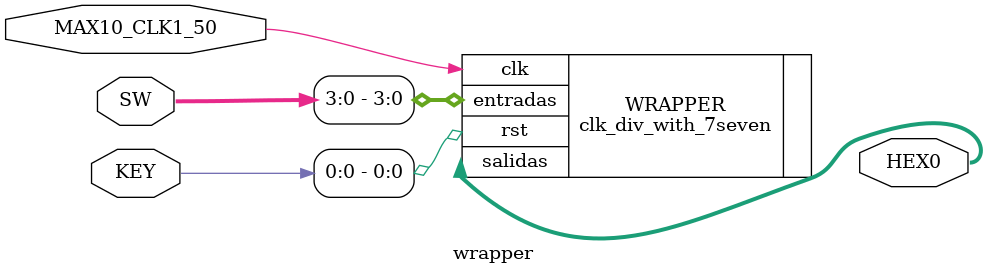
<source format=v>
module wrapper(
	input [9:0] SW,
	input MAX10_CLK1_50,
	input [1:0] KEY,
	output wire [6:0] HEX0
);

clk_div_with_7seven WRAPPER(
	.clk(MAX10_CLK1_50),
	.rst(KEY[0]),
	.entradas(SW[3:0]),
	.salidas(HEX0)
);


endmodule
</source>
